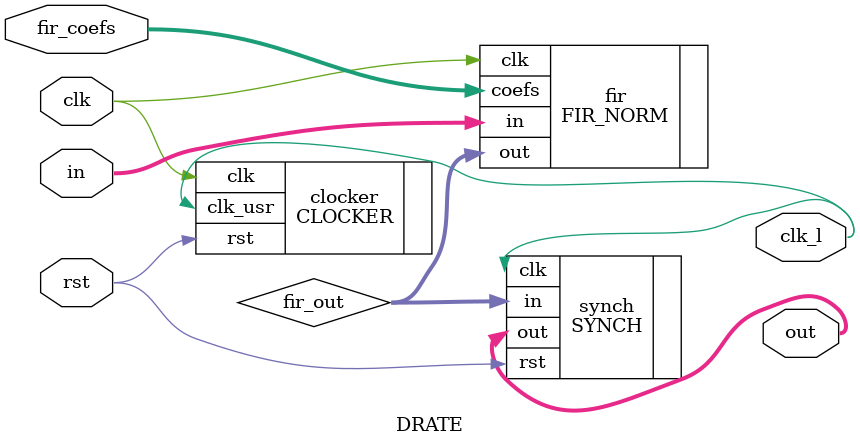
<source format=v>


module DRATE (
    input clk,
    input rst,
	input signed [FIR_TAPS*FIR_CWIDTH-1:0] fir_coefs,
    input signed [DWIDTH-1:0] in,
    output signed [DWIDTH-1:0] out,
	output clk_l
);

parameter DWIDTH = 16;
parameter F_H = 60;
parameter F_L = 3;
parameter FIR_CWIDTH = 16;
parameter FIR_TAPS = 64;
parameter FIR_SLICE = 37;

CLOCKER #(.FCLK(F_H), .FCLK_USR(F_L)) clocker(.clk(clk), .rst(rst), .clk_usr(clk_l));

wire signed [DWIDTH-1:0] fir_out;
FIR_NORM #( .TAPS(FIR_TAPS), .SLICE(FIR_SLICE) ) fir(
	.clk(clk),
	.coefs(fir_coefs),
	.in(in),
	.out(fir_out)
	);

SYNCH synch(.clk(clk_l), .rst(rst), .in(fir_out), .out(out));

endmodule
</source>
